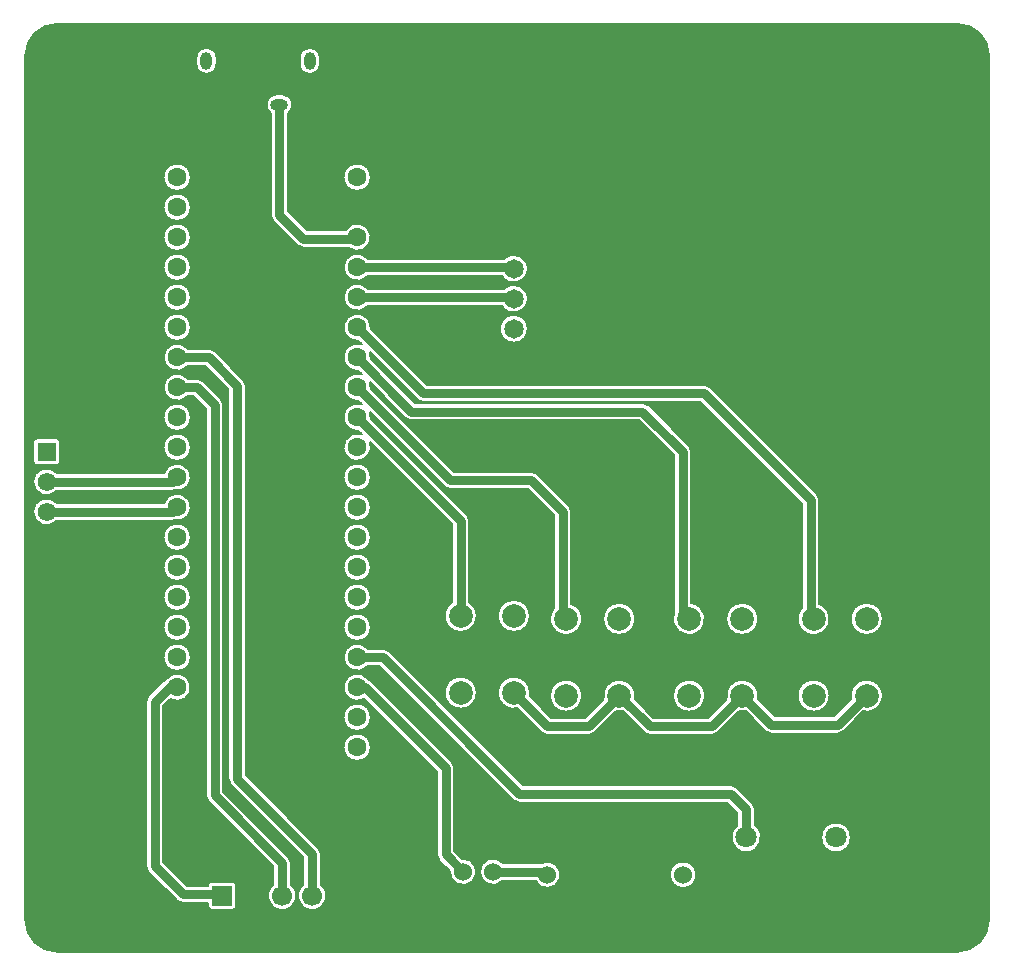
<source format=gtl>
G04 Layer: TopLayer*
G04 EasyEDA Pro v2.2.34.8, 2025-02-03 13:19:09*
G04 Gerber Generator version 0.3*
G04 Scale: 100 percent, Rotated: No, Reflected: No*
G04 Dimensions in millimeters*
G04 Leading zeros omitted, absolute positions, 4 integers and 5 decimals*
%FSLAX45Y45*%
%MOMM*%
%ADD10C,0.2032*%
%ADD11C,1.8*%
%ADD12C,1.65001*%
%ADD13C,1.524*%
%ADD14R,1.5748X1.5748*%
%ADD15C,1.5748*%
%ADD16C,1.6*%
%ADD17C,2.0*%
%ADD18O,1.5252X1.0*%
%ADD19O,1.524X1.0*%
%ADD20O,1.0X1.524*%
%ADD21R,1.7X1.7*%
%ADD22C,1.7*%
%ADD23C,0.61*%
%ADD24C,0.762*%
G75*


G04 Copper Start*
G36*
G01X2982214Y9847300D02*
G02X3246400Y10111486I264186J0D01*
G01X10876000Y10111486D01*
G02X11140186Y9847300I0J-264186D01*
G01X11140186Y2522500D01*
G02X10876000Y2258314I-264186J0D01*
G01X3246400Y2258314D01*
G02X2982214Y2522500I0J264186D01*
G01X2982214Y9847300D01*
G37*
%LPC*%
G36*
G01X3249818Y6309614D02*
G03X3047746Y6235700I-87518J-73914D01*
G03X3249818Y6161786I114554J0D01*
G01X4229092Y6161786D01*
G03X4236435Y6162152I0J73914D01*
G03X4369176Y6328698I30763J111653D01*
G03X4157059Y6309614I-101978J-54893D01*
G01X3249818Y6309614D01*
G37*
G36*
G01X3047746Y6410960D02*
G03X3083560Y6375146I35814J0D01*
G01X3241040Y6375146D01*
G03X3276854Y6410960I0J35814D01*
G01X3276854Y6568440D01*
G03X3241040Y6604254I-35814J0D01*
G01X3083560Y6604254D01*
G03X3047746Y6568440I0J-35814D01*
G01X3047746Y6410960D01*
G37*
G36*
G01X3249818Y6055614D02*
G03X3047746Y5981700I-87518J-73914D01*
G03X3249818Y5907786I114554J0D01*
G01X4229092Y5907786D01*
G03X4236435Y5908152I0J73914D01*
G03X4369176Y6074698I30763J111653D01*
G03X4157059Y6055614I-101978J-54893D01*
G01X3249818Y6055614D01*
G37*
G36*
G01X4024435Y4421065D02*
G03X4002786Y4368800I52265J-52265D01*
G01X4002786Y2984500D01*
G03X4024435Y2932235I73914J0D01*
G01X4265735Y2690935D01*
G03X4318000Y2669286I52265J52265D01*
G01X4527386Y2669286D01*
G01X4527386Y2645500D01*
G03X4563200Y2609686I35814J0D01*
G01X4733200Y2609686D01*
G03X4769014Y2645500I0J35814D01*
G01X4769014Y2815500D01*
G03X4733200Y2851314I-35814J0D01*
G01X4563200Y2851314D01*
G03X4527423Y2817114I0J-35814D01*
G01X4348616Y2817114D01*
G01X4150614Y3015116D01*
G01X4150614Y4338184D01*
G01X4208436Y4396006D01*
G03X4380467Y4519948I58762J99799D01*
G03X4172849Y4562970I-113270J-24142D01*
G03X4151440Y4548070I30856J-67165D01*
G01X4024435Y4421065D01*
G37*
G36*
G01X4267197Y8189991D02*
G03X4267197Y8421619I0J115814D01*
G03X4267197Y8189991I0J-115814D01*
G37*
G36*
G01X4267197Y8443991D02*
G03X4267197Y8675619I0J115814D01*
G03X4267197Y8443991I0J-115814D01*
G37*
G36*
G01X4267197Y7681991D02*
G03X4267197Y7913619I0J115814D01*
G03X4267197Y7681991I0J-115814D01*
G37*
G36*
G01X4267197Y7935991D02*
G03X4267197Y8167619I0J115814D01*
G03X4267197Y7935991I0J-115814D01*
G37*
G36*
G01X4267197Y7427991D02*
G03X4267197Y7659619I0J115814D01*
G03X4267197Y7427991I0J-115814D01*
G37*
G36*
G01X4510786Y3581400D02*
G03X4532435Y3529135I73914J0D01*
G01X5082286Y2979284D01*
G01X5082286Y2826065D01*
G03X5156200Y2609686I73914J-95565D01*
G03X5230114Y2826065I0J120814D01*
G01X5230114Y3009900D01*
G03X5208465Y3062165I-73914J0D01*
G01X4658614Y3612016D01*
G01X4658614Y6883400D01*
G03X4636965Y6935665I-73914J0D01*
G01X4484560Y7088070D01*
G03X4432295Y7109719I-52265J-52265D01*
G01X4356358Y7109719D01*
G03X4151384Y7035805I-89160J-73914D01*
G03X4356358Y6961891I115814J0D01*
G01X4401679Y6961891D01*
G01X4510786Y6852784D01*
G01X4510786Y3581400D01*
G37*
G36*
G01X4701286Y3721100D02*
G03X4722935Y3668835I73914J0D01*
G01X5336286Y3055484D01*
G01X5336286Y2826065D01*
G03X5410200Y2609686I73914J-95565D01*
G03X5484114Y2826065I0J120814D01*
G01X5484114Y3086100D01*
G03X5462465Y3138365I-73914J0D01*
G01X4849114Y3751716D01*
G01X4849114Y7048500D01*
G03X4827465Y7100765I-73914J0D01*
G01X4586160Y7342070D01*
G03X4533895Y7363719I-52265J-52265D01*
G01X4356358Y7363719D01*
G03X4151384Y7289805I-89160J-73914D01*
G03X4356358Y7215891I115814J0D01*
G01X4503279Y7215891D01*
G01X4701286Y7017884D01*
G01X4701286Y3721100D01*
G37*
G36*
G01X4267197Y6665991D02*
G03X4267197Y6897619I0J115814D01*
G03X4267197Y6665991I0J-115814D01*
G37*
G36*
G01X4267197Y6411991D02*
G03X4267197Y6643619I0J115814D01*
G03X4267197Y6411991I0J-115814D01*
G37*
G36*
G01X4267197Y8697991D02*
G03X4267197Y8929619I0J115814D01*
G03X4267197Y8697991I0J-115814D01*
G37*
G36*
G01X4267197Y4887991D02*
G03X4267197Y5119619I0J115814D01*
G03X4267197Y4887991I0J-115814D01*
G37*
G36*
G01X4267197Y5141991D02*
G03X4267197Y5373619I0J115814D01*
G03X4267197Y5141991I0J-115814D01*
G37*
G36*
G01X4267197Y5395991D02*
G03X4267197Y5627619I0J115814D01*
G03X4267197Y5395991I0J-115814D01*
G37*
G36*
G01X4267197Y4633991D02*
G03X4267197Y4865619I0J115814D01*
G03X4267197Y4633991I0J-115814D01*
G37*
G36*
G01X4267197Y5649991D02*
G03X4267197Y5881619I0J115814D01*
G03X4267197Y5649991I0J-115814D01*
G37*
G36*
G01X4601324Y9772714D02*
G01X4601324Y9825114D01*
G03X4429697Y9825114I-85814J0D01*
G01X4429697Y9772714D01*
G03X4601324Y9772714I85814J0D01*
G37*
G36*
G01X5206924Y9357586D02*
G03X5159210Y9514726I-47714J71326D01*
G01X5106810Y9514726D01*
G03X5059096Y9357586I0J-85814D01*
G01X5059096Y8494090D01*
G03X5080745Y8441825I73914J0D01*
G01X5281735Y8240835D01*
G03X5334000Y8219186I52265J52265D01*
G01X5714321Y8219186D01*
G03X5905812Y8322429I76876J86619D01*
G03X5692880Y8367014I-114615J-16624D01*
G01X5364616Y8367014D01*
G01X5206924Y8524706D01*
G01X5206924Y9357586D01*
G37*
G36*
G01X5476329Y9772714D02*
G01X5476329Y9825114D01*
G03X5304701Y9825114I-85814J0D01*
G01X5304701Y9772714D01*
G03X5476329Y9772714I85814J0D01*
G37*
G36*
G01X7235031Y7768726D02*
G03X7037260Y7871719I-117176J16374D01*
G01X5880358Y7871719D01*
G03X5675384Y7797805I-89160J-73914D01*
G03X5880358Y7723891I115814J0D01*
G01X7016604Y7723891D01*
G03X7235031Y7768726I101251J61209D01*
G37*
G36*
G01X7235031Y8022726D02*
G03X7037260Y8125719I-117176J16374D01*
G01X5880358Y8125719D01*
G03X5675384Y8051805I-89160J-73914D01*
G03X5880358Y7977891I115814J0D01*
G01X7016604Y7977891D01*
G03X7235031Y8022726I101251J61209D01*
G37*
G36*
G01X6594132Y5214132D02*
G03X6668046Y4964379I73914J-113939D01*
G03X6741960Y5214132I0J135814D01*
G01X6741960Y5904956D01*
G03X6720311Y5957222I-73914J0D01*
G01X5906508Y6771024D01*
G03X5899415Y6823057I-115311J10781D01*
G01X6526337Y6196135D01*
G03X6578603Y6174486I52265J52265D01*
G01X7233784Y6174486D01*
G01X7457186Y5951084D01*
G01X7457186Y5163408D01*
G03X7595216Y4943596I102921J-88615D01*
G03X7605014Y5202968I-35109J131197D01*
G01X7605014Y5981700D01*
G03X7583365Y6033965I-73914J0D01*
G01X7316665Y6300665D01*
G03X7264400Y6322314I-52265J-52265D01*
G01X6609219Y6322314D01*
G01X5906508Y7025024D01*
G03X5899415Y7077057I-115311J10781D01*
G01X6198840Y6777633D01*
G03X6251105Y6755984I52265J52265D01*
G01X8176286Y6755984D01*
G01X8473186Y6459084D01*
G01X8473186Y5129200D01*
G03X8473679Y5120678I73914J0D01*
G03X8671452Y4958375I127828J-45885D01*
G03X8621014Y5209199I-69945J116418D01*
G01X8621014Y6489700D01*
G03X8599365Y6541965I-73914J0D01*
G01X8259167Y6882163D01*
G03X8206902Y6903812I-52265J-52265D01*
G01X6281721Y6903812D01*
G01X5906508Y7279024D01*
G03X5899415Y7331057I-115311J10781D01*
G01X6297737Y6932735D01*
G03X6350003Y6911086I52265J52265D01*
G01X8694284Y6911086D01*
G01X9557893Y6047477D01*
G01X9557893Y5169119D01*
G03X9684258Y4942036I97714J-94326D01*
G03X9705721Y5201023I-28651J132757D01*
G01X9705721Y6078093D01*
G03X9684072Y6130358I-73914J0D01*
G01X8777165Y7037265D01*
G03X8724900Y7058914I-52265J-52265D01*
G01X6380619Y7058914D01*
G01X5906508Y7533024D01*
G03X5709305Y7625698I-115311J10781D01*
G03X5801978Y7428494I81893J-81893D01*
G01X5832449Y7398023D01*
G03X5676445Y7305448I-41252J-108218D01*
G03X5801978Y7174494I114753J-15643D01*
G01X5832449Y7144023D01*
G03X5676445Y7051448I-41252J-108218D01*
G03X5801978Y6920494I114753J-15643D01*
G01X5832449Y6890023D01*
G03X5676445Y6797448I-41252J-108218D01*
G03X5801978Y6666494I114753J-15643D01*
G01X5832449Y6636023D01*
G03X5709305Y6445912I-41252J-108218D01*
G03X5899415Y6569057I81893J81893D01*
G01X6594132Y5874340D01*
G01X6594132Y5214132D01*
G37*
G36*
G01X5791197Y6157991D02*
G03X5791197Y6389619I0J115814D01*
G03X5791197Y6157991I0J-115814D01*
G37*
G36*
G01X5791197Y5903991D02*
G03X5791197Y6135619I0J115814D01*
G03X5791197Y5903991I0J-115814D01*
G37*
G36*
G01X5791197Y8697991D02*
G03X5791197Y8929619I0J115814D01*
G03X5791197Y8697991I0J-115814D01*
G37*
G36*
G01X5791197Y5395991D02*
G03X5791197Y5627619I0J115814D01*
G03X5791197Y5395991I0J-115814D01*
G37*
G36*
G01X5791197Y5141991D02*
G03X5791197Y5373619I0J115814D01*
G03X5791197Y5141991I0J-115814D01*
G37*
G36*
G01X5791197Y4887991D02*
G03X5791197Y5119619I0J115814D01*
G03X5791197Y4887991I0J-115814D01*
G37*
G36*
G01X6466586Y3779384D02*
G01X6466586Y3081033D01*
G03X6488235Y3028768I73914J0D01*
G01X6576054Y2940949D01*
G03X6767039Y2854494I111779J-7249D01*
G03X6680584Y3045479I-79206J79206D01*
G01X6614414Y3111649D01*
G01X6614414Y3810000D01*
G03X6592765Y3862265I-73914J0D01*
G01X5906960Y4548070D01*
G03X5885544Y4562974I-52265J-52265D01*
G03X5677927Y4519944I-94346J-67169D01*
G03X5849962Y4396008I113270J-24139D01*
G01X6466586Y3779384D01*
G37*
G36*
G01X7110535Y3541835D02*
G03X7162800Y3520186I52265J52265D01*
G01X8922884Y3520186D01*
G01X9011699Y3431371D01*
G01X9011699Y3326109D01*
G03X9085613Y3098482I73914J-101813D01*
G03X9159527Y3326109I0J125814D01*
G01X9159527Y3461987D01*
G03X9137878Y3514252I-73914J0D01*
G01X9005765Y3646365D01*
G03X8953500Y3668014I-52265J-52265D01*
G01X7193416Y3668014D01*
G01X6059360Y4802070D01*
G03X6007095Y4823719I-52265J-52265D01*
G01X5880358Y4823719D01*
G03X5675384Y4749805I-89160J-73914D01*
G03X5880358Y4675891I115814J0D01*
G01X5976479Y4675891D01*
G01X7110535Y3541835D01*
G37*
G36*
G01X5791197Y4125991D02*
G03X5791197Y4357619I0J115814D01*
G03X5791197Y4125991I0J-115814D01*
G37*
G36*
G01X5791197Y3871991D02*
G03X5791197Y4103619I0J115814D01*
G03X5791197Y3871991I0J-115814D01*
G37*
G36*
G01X5791197Y5649991D02*
G03X5791197Y5881619I0J115814D01*
G03X5791197Y5649991I0J-115814D01*
G37*
G36*
G01X6668046Y4586021D02*
G03X6668046Y4314393I0J-135814D01*
G03X6668046Y4586021I0J135814D01*
G37*
G36*
G01X7299634Y2859786D02*
G03X7506889Y2872955I100963J48514D01*
G03X7348791Y3007614I-106291J35345D01*
G01X7025998Y3007614D01*
G03X6829819Y2933700I-84166J-73914D01*
G03X7025998Y2859786I112014J0D01*
G01X7299634Y2859786D01*
G37*
G36*
G01X7118033Y5236007D02*
G03X7118033Y4964379I0J-135814D01*
G03X7118033Y5236007I0J135814D01*
G37*
G36*
G01X7350374Y4113335D02*
G03X7402640Y4091686I52265J52265D01*
G01X7750886Y4091686D01*
G03X7803151Y4113335I0J73914D01*
G01X7981791Y4291975D01*
G03X8038395Y4291975I28302J132832D01*
G01X8217035Y4113335D01*
G03X8269300Y4091686I52265J52265D01*
G01X8792286Y4091686D01*
G03X8844551Y4113335I0J73914D01*
G01X9023191Y4291975D01*
G03X9079795Y4291975I28302J132832D01*
G01X9245735Y4126035D01*
G03X9298000Y4104386I52265J52265D01*
G01X9859086Y4104386D01*
G03X9911351Y4126035I0J73914D01*
G01X10077291Y4291975D01*
G03X10201628Y4520842I28302J132832D01*
G03X9972761Y4396505I-96035J-96035D01*
G01X9828470Y4252214D01*
G01X9328616Y4252214D01*
G01X9184325Y4396505D01*
G03X9051493Y4560621I-132832J28302D01*
G03X8918661Y4396505I0J-135814D01*
G01X8761670Y4239514D01*
G01X8299916Y4239514D01*
G01X8142925Y4396505D01*
G03X8010093Y4560621I-132832J28302D01*
G03X7877261Y4396505I0J-135814D01*
G01X7720270Y4239514D01*
G01X7433256Y4239514D01*
G01X7250865Y4421905D01*
G03X7021998Y4546242I-132832J28302D01*
G03X7146334Y4317375I96035J-96035D01*
G01X7350374Y4113335D01*
G37*
G36*
G01X7117855Y7412786D02*
G03X7117855Y7649414I0J118314D01*
G03X7117855Y7412786I0J-118314D01*
G37*
G36*
G01X7560107Y4560621D02*
G03X7560107Y4288993I0J-135814D01*
G03X7560107Y4560621I0J135814D01*
G37*
G36*
G01X8010093Y5210607D02*
G03X8010093Y4938979I0J-135814D01*
G03X8010093Y5210607I0J135814D01*
G37*
G36*
G01X8438594Y2908300D02*
G03X8662622Y2908300I112014J0D01*
G03X8438594Y2908300I-112014J0D01*
G37*
G36*
G01X8601507Y4560621D02*
G03X8601507Y4288993I0J-135814D01*
G03X8601507Y4560621I0J135814D01*
G37*
G36*
G01X9051493Y5210607D02*
G03X9051493Y4938979I0J-135814D01*
G03X9051493Y5210607I0J135814D01*
G37*
G36*
G01X9655607Y4560621D02*
G03X9655607Y4288993I0J-135814D01*
G03X9655607Y4560621I0J135814D01*
G37*
G36*
G01X9971420Y3224296D02*
G03X9719793Y3224296I-125814J0D01*
G03X9971420Y3224296I125814J0D01*
G37*
G36*
G01X10105593Y5210607D02*
G03X10105593Y4938979I0J-135814D01*
G03X10105593Y5210607I0J135814D01*
G37*
%LPD*%
G54D10*
G01X2982214Y9847300D02*
G02X3246400Y10111486I264186J0D01*
G01X10876000Y10111486D01*
G02X11140186Y9847300I0J-264186D01*
G01X11140186Y2522500D01*
G02X10876000Y2258314I-264186J0D01*
G01X3246400Y2258314D01*
G02X2982214Y2522500I0J264186D01*
G01X2982214Y9847300D01*
G01X3249818Y6309614D02*
G03X3047746Y6235700I-87518J-73914D01*
G03X3249818Y6161786I114554J0D01*
G01X4229092Y6161786D01*
G03X4236435Y6162152I0J73914D01*
G03X4369176Y6328698I30763J111653D01*
G03X4157059Y6309614I-101978J-54893D01*
G01X3249818Y6309614D01*
G01X3047746Y6410960D02*
G03X3083560Y6375146I35814J0D01*
G01X3241040Y6375146D01*
G03X3276854Y6410960I0J35814D01*
G01X3276854Y6568440D01*
G03X3241040Y6604254I-35814J0D01*
G01X3083560Y6604254D01*
G03X3047746Y6568440I0J-35814D01*
G01X3047746Y6410960D01*
G01X3249818Y6055614D02*
G03X3047746Y5981700I-87518J-73914D01*
G03X3249818Y5907786I114554J0D01*
G01X4229092Y5907786D01*
G03X4236435Y5908152I0J73914D01*
G03X4369176Y6074698I30763J111653D01*
G03X4157059Y6055614I-101978J-54893D01*
G01X3249818Y6055614D01*
G01X4024435Y4421065D02*
G03X4002786Y4368800I52265J-52265D01*
G01X4002786Y2984500D01*
G03X4024435Y2932235I73914J0D01*
G01X4265735Y2690935D01*
G03X4318000Y2669286I52265J52265D01*
G01X4527386Y2669286D01*
G01X4527386Y2645500D01*
G03X4563200Y2609686I35814J0D01*
G01X4733200Y2609686D01*
G03X4769014Y2645500I0J35814D01*
G01X4769014Y2815500D01*
G03X4733200Y2851314I-35814J0D01*
G01X4563200Y2851314D01*
G03X4527423Y2817114I0J-35814D01*
G01X4348616Y2817114D01*
G01X4150614Y3015116D01*
G01X4150614Y4338184D01*
G01X4208436Y4396006D01*
G03X4380467Y4519948I58762J99799D01*
G03X4172849Y4562970I-113270J-24142D01*
G03X4151440Y4548070I30856J-67165D01*
G01X4024435Y4421065D01*
G01X4267197Y8189991D02*
G03X4267197Y8421619I0J115814D01*
G03X4267197Y8189991I0J-115814D01*
G01X4267197Y8443991D02*
G03X4267197Y8675619I0J115814D01*
G03X4267197Y8443991I0J-115814D01*
G01X4267197Y7681991D02*
G03X4267197Y7913619I0J115814D01*
G03X4267197Y7681991I0J-115814D01*
G01X4267197Y7935991D02*
G03X4267197Y8167619I0J115814D01*
G03X4267197Y7935991I0J-115814D01*
G01X4267197Y7427991D02*
G03X4267197Y7659619I0J115814D01*
G03X4267197Y7427991I0J-115814D01*
G01X4510786Y3581400D02*
G03X4532435Y3529135I73914J0D01*
G01X5082286Y2979284D01*
G01X5082286Y2826065D01*
G03X5156200Y2609686I73914J-95565D01*
G03X5230114Y2826065I0J120814D01*
G01X5230114Y3009900D01*
G03X5208465Y3062165I-73914J0D01*
G01X4658614Y3612016D01*
G01X4658614Y6883400D01*
G03X4636965Y6935665I-73914J0D01*
G01X4484560Y7088070D01*
G03X4432295Y7109719I-52265J-52265D01*
G01X4356358Y7109719D01*
G03X4151384Y7035805I-89160J-73914D01*
G03X4356358Y6961891I115814J0D01*
G01X4401679Y6961891D01*
G01X4510786Y6852784D01*
G01X4510786Y3581400D01*
G01X4701286Y3721100D02*
G03X4722935Y3668835I73914J0D01*
G01X5336286Y3055484D01*
G01X5336286Y2826065D01*
G03X5410200Y2609686I73914J-95565D01*
G03X5484114Y2826065I0J120814D01*
G01X5484114Y3086100D01*
G03X5462465Y3138365I-73914J0D01*
G01X4849114Y3751716D01*
G01X4849114Y7048500D01*
G03X4827465Y7100765I-73914J0D01*
G01X4586160Y7342070D01*
G03X4533895Y7363719I-52265J-52265D01*
G01X4356358Y7363719D01*
G03X4151384Y7289805I-89160J-73914D01*
G03X4356358Y7215891I115814J0D01*
G01X4503279Y7215891D01*
G01X4701286Y7017884D01*
G01X4701286Y3721100D01*
G01X4267197Y6665991D02*
G03X4267197Y6897619I0J115814D01*
G03X4267197Y6665991I0J-115814D01*
G01X4267197Y6411991D02*
G03X4267197Y6643619I0J115814D01*
G03X4267197Y6411991I0J-115814D01*
G01X4267197Y8697991D02*
G03X4267197Y8929619I0J115814D01*
G03X4267197Y8697991I0J-115814D01*
G01X4267197Y4887991D02*
G03X4267197Y5119619I0J115814D01*
G03X4267197Y4887991I0J-115814D01*
G01X4267197Y5141991D02*
G03X4267197Y5373619I0J115814D01*
G03X4267197Y5141991I0J-115814D01*
G01X4267197Y5395991D02*
G03X4267197Y5627619I0J115814D01*
G03X4267197Y5395991I0J-115814D01*
G01X4267197Y4633991D02*
G03X4267197Y4865619I0J115814D01*
G03X4267197Y4633991I0J-115814D01*
G01X4267197Y5649991D02*
G03X4267197Y5881619I0J115814D01*
G03X4267197Y5649991I0J-115814D01*
G01X4601324Y9772714D02*
G01X4601324Y9825114D01*
G03X4429697Y9825114I-85814J0D01*
G01X4429697Y9772714D01*
G03X4601324Y9772714I85814J0D01*
G01X5206924Y9357586D02*
G03X5159210Y9514726I-47714J71326D01*
G01X5106810Y9514726D01*
G03X5059096Y9357586I0J-85814D01*
G01X5059096Y8494090D01*
G03X5080745Y8441825I73914J0D01*
G01X5281735Y8240835D01*
G03X5334000Y8219186I52265J52265D01*
G01X5714321Y8219186D01*
G03X5905812Y8322429I76876J86619D01*
G03X5692880Y8367014I-114615J-16624D01*
G01X5364616Y8367014D01*
G01X5206924Y8524706D01*
G01X5206924Y9357586D01*
G01X5476329Y9772714D02*
G01X5476329Y9825114D01*
G03X5304701Y9825114I-85814J0D01*
G01X5304701Y9772714D01*
G03X5476329Y9772714I85814J0D01*
G01X7235031Y7768726D02*
G03X7037260Y7871719I-117176J16374D01*
G01X5880358Y7871719D01*
G03X5675384Y7797805I-89160J-73914D01*
G03X5880358Y7723891I115814J0D01*
G01X7016604Y7723891D01*
G03X7235031Y7768726I101251J61209D01*
G01X7235031Y8022726D02*
G03X7037260Y8125719I-117176J16374D01*
G01X5880358Y8125719D01*
G03X5675384Y8051805I-89160J-73914D01*
G03X5880358Y7977891I115814J0D01*
G01X7016604Y7977891D01*
G03X7235031Y8022726I101251J61209D01*
G01X6594132Y5214132D02*
G03X6668046Y4964379I73914J-113939D01*
G03X6741960Y5214132I0J135814D01*
G01X6741960Y5904956D01*
G03X6720311Y5957222I-73914J0D01*
G01X5906508Y6771024D01*
G03X5899415Y6823057I-115311J10781D01*
G01X6526337Y6196135D01*
G03X6578603Y6174486I52265J52265D01*
G01X7233784Y6174486D01*
G01X7457186Y5951084D01*
G01X7457186Y5163408D01*
G03X7595216Y4943596I102921J-88615D01*
G03X7605014Y5202968I-35109J131197D01*
G01X7605014Y5981700D01*
G03X7583365Y6033965I-73914J0D01*
G01X7316665Y6300665D01*
G03X7264400Y6322314I-52265J-52265D01*
G01X6609219Y6322314D01*
G01X5906508Y7025024D01*
G03X5899415Y7077057I-115311J10781D01*
G01X6198840Y6777633D01*
G03X6251105Y6755984I52265J52265D01*
G01X8176286Y6755984D01*
G01X8473186Y6459084D01*
G01X8473186Y5129200D01*
G03X8473679Y5120678I73914J0D01*
G03X8671452Y4958375I127828J-45885D01*
G03X8621014Y5209199I-69945J116418D01*
G01X8621014Y6489700D01*
G03X8599365Y6541965I-73914J0D01*
G01X8259167Y6882163D01*
G03X8206902Y6903812I-52265J-52265D01*
G01X6281721Y6903812D01*
G01X5906508Y7279024D01*
G03X5899415Y7331057I-115311J10781D01*
G01X6297737Y6932735D01*
G03X6350003Y6911086I52265J52265D01*
G01X8694284Y6911086D01*
G01X9557893Y6047477D01*
G01X9557893Y5169119D01*
G03X9684258Y4942036I97714J-94326D01*
G03X9705721Y5201023I-28651J132757D01*
G01X9705721Y6078093D01*
G03X9684072Y6130358I-73914J0D01*
G01X8777165Y7037265D01*
G03X8724900Y7058914I-52265J-52265D01*
G01X6380619Y7058914D01*
G01X5906508Y7533024D01*
G03X5709305Y7625698I-115311J10781D01*
G03X5801978Y7428494I81893J-81893D01*
G01X5832449Y7398023D01*
G03X5676445Y7305448I-41252J-108218D01*
G03X5801978Y7174494I114753J-15643D01*
G01X5832449Y7144023D01*
G03X5676445Y7051448I-41252J-108218D01*
G03X5801978Y6920494I114753J-15643D01*
G01X5832449Y6890023D01*
G03X5676445Y6797448I-41252J-108218D01*
G03X5801978Y6666494I114753J-15643D01*
G01X5832449Y6636023D01*
G03X5709305Y6445912I-41252J-108218D01*
G03X5899415Y6569057I81893J81893D01*
G01X6594132Y5874340D01*
G01X6594132Y5214132D01*
G01X5791197Y6157991D02*
G03X5791197Y6389619I0J115814D01*
G03X5791197Y6157991I0J-115814D01*
G01X5791197Y5903991D02*
G03X5791197Y6135619I0J115814D01*
G03X5791197Y5903991I0J-115814D01*
G01X5791197Y8697991D02*
G03X5791197Y8929619I0J115814D01*
G03X5791197Y8697991I0J-115814D01*
G01X5791197Y5395991D02*
G03X5791197Y5627619I0J115814D01*
G03X5791197Y5395991I0J-115814D01*
G01X5791197Y5141991D02*
G03X5791197Y5373619I0J115814D01*
G03X5791197Y5141991I0J-115814D01*
G01X5791197Y4887991D02*
G03X5791197Y5119619I0J115814D01*
G03X5791197Y4887991I0J-115814D01*
G01X6466586Y3779384D02*
G01X6466586Y3081033D01*
G03X6488235Y3028768I73914J0D01*
G01X6576054Y2940949D01*
G03X6767039Y2854494I111779J-7249D01*
G03X6680584Y3045479I-79206J79206D01*
G01X6614414Y3111649D01*
G01X6614414Y3810000D01*
G03X6592765Y3862265I-73914J0D01*
G01X5906960Y4548070D01*
G03X5885544Y4562974I-52265J-52265D01*
G03X5677927Y4519944I-94346J-67169D01*
G03X5849962Y4396008I113270J-24139D01*
G01X6466586Y3779384D01*
G01X7110535Y3541835D02*
G03X7162800Y3520186I52265J52265D01*
G01X8922884Y3520186D01*
G01X9011699Y3431371D01*
G01X9011699Y3326109D01*
G03X9085613Y3098482I73914J-101813D01*
G03X9159527Y3326109I0J125814D01*
G01X9159527Y3461987D01*
G03X9137878Y3514252I-73914J0D01*
G01X9005765Y3646365D01*
G03X8953500Y3668014I-52265J-52265D01*
G01X7193416Y3668014D01*
G01X6059360Y4802070D01*
G03X6007095Y4823719I-52265J-52265D01*
G01X5880358Y4823719D01*
G03X5675384Y4749805I-89160J-73914D01*
G03X5880358Y4675891I115814J0D01*
G01X5976479Y4675891D01*
G01X7110535Y3541835D01*
G01X5791197Y4125991D02*
G03X5791197Y4357619I0J115814D01*
G03X5791197Y4125991I0J-115814D01*
G01X5791197Y3871991D02*
G03X5791197Y4103619I0J115814D01*
G03X5791197Y3871991I0J-115814D01*
G01X5791197Y5649991D02*
G03X5791197Y5881619I0J115814D01*
G03X5791197Y5649991I0J-115814D01*
G01X6668046Y4586021D02*
G03X6668046Y4314393I0J-135814D01*
G03X6668046Y4586021I0J135814D01*
G01X7299634Y2859786D02*
G03X7506889Y2872955I100963J48514D01*
G03X7348791Y3007614I-106291J35345D01*
G01X7025998Y3007614D01*
G03X6829819Y2933700I-84166J-73914D01*
G03X7025998Y2859786I112014J0D01*
G01X7299634Y2859786D01*
G01X7118033Y5236007D02*
G03X7118033Y4964379I0J-135814D01*
G03X7118033Y5236007I0J135814D01*
G01X7350374Y4113335D02*
G03X7402640Y4091686I52265J52265D01*
G01X7750886Y4091686D01*
G03X7803151Y4113335I0J73914D01*
G01X7981791Y4291975D01*
G03X8038395Y4291975I28302J132832D01*
G01X8217035Y4113335D01*
G03X8269300Y4091686I52265J52265D01*
G01X8792286Y4091686D01*
G03X8844551Y4113335I0J73914D01*
G01X9023191Y4291975D01*
G03X9079795Y4291975I28302J132832D01*
G01X9245735Y4126035D01*
G03X9298000Y4104386I52265J52265D01*
G01X9859086Y4104386D01*
G03X9911351Y4126035I0J73914D01*
G01X10077291Y4291975D01*
G03X10201628Y4520842I28302J132832D01*
G03X9972761Y4396505I-96035J-96035D01*
G01X9828470Y4252214D01*
G01X9328616Y4252214D01*
G01X9184325Y4396505D01*
G03X9051493Y4560621I-132832J28302D01*
G03X8918661Y4396505I0J-135814D01*
G01X8761670Y4239514D01*
G01X8299916Y4239514D01*
G01X8142925Y4396505D01*
G03X8010093Y4560621I-132832J28302D01*
G03X7877261Y4396505I0J-135814D01*
G01X7720270Y4239514D01*
G01X7433256Y4239514D01*
G01X7250865Y4421905D01*
G03X7021998Y4546242I-132832J28302D01*
G03X7146334Y4317375I96035J-96035D01*
G01X7350374Y4113335D01*
G01X7117855Y7412786D02*
G03X7117855Y7649414I0J118314D01*
G03X7117855Y7412786I0J-118314D01*
G01X7560107Y4560621D02*
G03X7560107Y4288993I0J-135814D01*
G03X7560107Y4560621I0J135814D01*
G01X8010093Y5210607D02*
G03X8010093Y4938979I0J-135814D01*
G03X8010093Y5210607I0J135814D01*
G01X8438594Y2908300D02*
G03X8662622Y2908300I112014J0D01*
G03X8438594Y2908300I-112014J0D01*
G01X8601507Y4560621D02*
G03X8601507Y4288993I0J-135814D01*
G03X8601507Y4560621I0J135814D01*
G01X9051493Y5210607D02*
G03X9051493Y4938979I0J-135814D01*
G03X9051493Y5210607I0J135814D01*
G01X9655607Y4560621D02*
G03X9655607Y4288993I0J-135814D01*
G03X9655607Y4560621I0J135814D01*
G01X9971420Y3224296D02*
G03X9719793Y3224296I-125814J0D01*
G03X9971420Y3224296I125814J0D01*
G01X10105593Y5210607D02*
G03X10105593Y4938979I0J-135814D01*
G03X10105593Y5210607I0J135814D01*
G04 Copper End*

G04 Pad Start*
G54D11*
G01X9085613Y3224296D03*
G01X9845606Y3224296D03*
G54D12*
G01X7117855Y8039100D03*
G01X7117855Y7785100D03*
G01X7117855Y7531100D03*
G01X7118109Y7277100D03*
G54D13*
G01X7400597Y2908300D03*
G01X8550608Y2908300D03*
G54D14*
G01X3162300Y6489700D03*
G54D15*
G01X3162300Y6235700D03*
G01X3162300Y5981700D03*
G01X3162300Y5727700D03*
G54D16*
G01X5791197Y3987805D03*
G01X5791197Y4241805D03*
G01X5791197Y4495805D03*
G01X5791197Y4749805D03*
G01X5791197Y5003805D03*
G01X5791197Y5257805D03*
G01X5791197Y5511805D03*
G01X5791197Y5765805D03*
G01X5791197Y6019805D03*
G01X5791197Y6273805D03*
G01X5791197Y6527805D03*
G01X5791197Y6781805D03*
G01X5791197Y7035805D03*
G01X5791197Y7289805D03*
G01X5791197Y7543805D03*
G01X5791197Y7797805D03*
G01X5791197Y8051805D03*
G01X5791197Y8305805D03*
G01X5791197Y8559805D03*
G01X5791197Y8813805D03*
G01X4267197Y8813805D03*
G01X4267197Y8559805D03*
G01X4267197Y8305805D03*
G01X4267197Y8051805D03*
G01X4267197Y7797805D03*
G01X4267197Y7543805D03*
G01X4267197Y7289805D03*
G01X4267197Y7035805D03*
G01X4267197Y6781805D03*
G01X4267197Y6527805D03*
G01X4267197Y6273805D03*
G01X4267197Y6019805D03*
G01X4267197Y5765805D03*
G01X4267197Y5511805D03*
G01X4267197Y5257805D03*
G01X4267197Y5003805D03*
G01X4267197Y4749805D03*
G01X4267197Y4495805D03*
G01X4267197Y4241805D03*
G01X4267197Y3987805D03*
G54D17*
G01X7118033Y5100193D03*
G01X6668046Y5100193D03*
G01X6668046Y4450207D03*
G01X7118033Y4450207D03*
G01X8010093Y5074793D03*
G01X7560107Y5074793D03*
G01X7560107Y4424807D03*
G01X8010093Y4424807D03*
G01X9051493Y5074793D03*
G01X8601507Y5074793D03*
G01X8601507Y4424807D03*
G01X9051493Y4424807D03*
G01X10105593Y5074793D03*
G01X9655607Y5074793D03*
G01X9655607Y4424807D03*
G01X10105593Y4424807D03*
G54D13*
G01X6941833Y2933700D03*
G01X6687833Y2933700D03*
G54D19*
G01X5133010Y9428912D03*
G01X4773016Y9428912D03*
G54D20*
G01X4515510Y9798914D03*
G01X5390515Y9798914D03*
G54D21*
G01X4648200Y2730500D03*
G54D22*
G01X4902200Y2730500D03*
G01X5156200Y2730500D03*
G01X5410200Y2730500D03*
G04 Pad End*

G04 Via Start*
G54D23*
G01X3421400Y9596100D03*
G01X3929400Y9596100D03*
G01X4437400Y9596100D03*
G01X4945400Y9596100D03*
G01X5453400Y9596100D03*
G01X5961400Y9596100D03*
G01X6469400Y9596100D03*
G01X6977400Y9596100D03*
G01X7485400Y9596100D03*
G01X7993400Y9596100D03*
G01X8501400Y9596100D03*
G01X9009400Y9596100D03*
G01X9517400Y9596100D03*
G01X10025400Y9596100D03*
G01X10533400Y9596100D03*
G01X11041400Y9596100D03*
G01X3421400Y9088100D03*
G01X3929400Y9088100D03*
G01X4437400Y9088100D03*
G01X4945400Y9088100D03*
G01X5453400Y9088100D03*
G01X5961400Y9088100D03*
G01X6469400Y9088100D03*
G01X6977400Y9088100D03*
G01X7485400Y9088100D03*
G01X7993400Y9088100D03*
G01X8501400Y9088100D03*
G01X9009400Y9088100D03*
G01X9517400Y9088100D03*
G01X10025400Y9088100D03*
G01X10533400Y9088100D03*
G01X11041400Y9088100D03*
G01X3421400Y8580100D03*
G01X3929400Y8580100D03*
G01X4437400Y8580100D03*
G01X4945400Y8580100D03*
G01X5453400Y8580100D03*
G01X5961400Y8580100D03*
G01X6977400Y8580100D03*
G01X7485400Y8580100D03*
G01X7993400Y8580100D03*
G01X8501400Y8580100D03*
G01X9009400Y8580100D03*
G01X9517400Y8580100D03*
G01X10025400Y8580100D03*
G01X10533400Y8580100D03*
G01X11041400Y8580100D03*
G01X3421400Y8072100D03*
G01X3929400Y8072100D03*
G01X4437400Y8072100D03*
G01X4945400Y8072100D03*
G01X5453400Y8072100D03*
G01X7485400Y8072100D03*
G01X7993400Y8072100D03*
G01X8501400Y8072100D03*
G01X9009400Y8072100D03*
G01X9517400Y8072100D03*
G01X10025400Y8072100D03*
G01X10533400Y8072100D03*
G01X11041400Y8072100D03*
G01X3421400Y7564100D03*
G01X3929400Y7564100D03*
G01X4437400Y7564100D03*
G01X4945400Y7564100D03*
G01X5453400Y7564100D03*
G01X5961400Y7564100D03*
G01X6469400Y7564100D03*
G01X10025400Y7564100D03*
G01X10533400Y7564100D03*
G01X11041400Y7564100D03*
G01X3421400Y7056100D03*
G01X3929400Y7056100D03*
G01X4945400Y7322800D03*
G01X4945400Y7056100D03*
G01X5453400Y7056100D03*
G01X9009400Y7056100D03*
G01X9517400Y7056100D03*
G01X10533400Y7056100D03*
G01X11041400Y7056100D03*
G01X3929400Y6548100D03*
G01X4437400Y6548100D03*
G01X4945400Y6548100D03*
G01X5453400Y6548100D03*
G01X6469400Y6548100D03*
G01X6977400Y6548100D03*
G01X7485400Y6548100D03*
G01X7993400Y6548100D03*
G01X9009400Y6548100D03*
G01X9517400Y6548100D03*
G01X10025400Y6548100D03*
G01X10533400Y6548100D03*
G01X11041400Y6548100D03*
G01X4437400Y6040100D03*
G01X4945400Y6040100D03*
G01X5453400Y6040100D03*
G01X5961400Y6040100D03*
G01X6977400Y6040100D03*
G01X7993400Y6040100D03*
G01X9009400Y6040100D03*
G01X9517400Y6040100D03*
G01X10025400Y6040100D03*
G01X11041400Y6040100D03*
G01X3421400Y5532100D03*
G01X3929400Y5532100D03*
G01X4437400Y5532100D03*
G01X4945400Y5532100D03*
G01X5453400Y5532100D03*
G01X5961400Y5532100D03*
G01X6469400Y5532100D03*
G01X6977400Y5532100D03*
G01X7993400Y5532100D03*
G01X9009400Y5532100D03*
G01X9517400Y5532100D03*
G01X10025400Y5532100D03*
G01X11041400Y5532100D03*
G01X3421400Y5024100D03*
G01X3929400Y5024100D03*
G01X4437400Y5024100D03*
G01X4945400Y5024100D03*
G01X5453400Y5024100D03*
G01X5961400Y5024100D03*
G01X6469400Y5024100D03*
G01X11041400Y5024100D03*
G01X3421400Y4516100D03*
G01X4945400Y4516100D03*
G01X5453400Y4516100D03*
G01X6469400Y4516100D03*
G01X11041400Y4516100D03*
G01X3421400Y4008100D03*
G01X3878600Y4008100D03*
G01X4437400Y4008100D03*
G01X4945400Y4008100D03*
G01X5453400Y4008100D03*
G01X5961400Y4008100D03*
G01X6977400Y4008100D03*
G01X7485400Y4008100D03*
G01X8501400Y4008100D03*
G01X9009400Y4008100D03*
G01X9517400Y4008100D03*
G01X10025400Y4008100D03*
G01X11041400Y4008100D03*
G01X3421400Y3500100D03*
G01X3878600Y3500100D03*
G01X4437400Y3500100D03*
G01X4437400Y3208000D03*
G01X5453400Y3500100D03*
G01X5961400Y3500100D03*
G01X6977400Y3500100D03*
G01X9517400Y3500100D03*
G01X10533400Y3500100D03*
G01X11041400Y3500100D03*
G01X3421400Y2992100D03*
G01X3865900Y2992100D03*
G01X4437400Y2992100D03*
G01X4945400Y2992100D03*
G01X5720100Y2992100D03*
G01X5961400Y2992100D03*
G01X6469400Y2992100D03*
G01X7993400Y2992100D03*
G01X9009400Y2992100D03*
G01X9517400Y2992100D03*
G01X10025400Y2992100D03*
G01X10533400Y2992100D03*
G01X11041400Y2992100D03*
G01X3421400Y2484100D03*
G01X3929400Y2484100D03*
G01X4437400Y2484100D03*
G01X4945400Y2484100D03*
G01X5453400Y2484100D03*
G01X5961400Y2484100D03*
G01X6469400Y2484100D03*
G01X6977400Y2484100D03*
G01X7485400Y2484100D03*
G01X7993400Y2484100D03*
G01X8501400Y2484100D03*
G01X9009400Y2484100D03*
G01X9517400Y2484100D03*
G01X10025400Y2484100D03*
G01X10533400Y2484100D03*
G01X11041400Y2484100D03*
G04 Via End*

G04 Track Start*
G54D24*
G01X4267197Y6019805D02*
G01X4229092Y5981700D01*
G01X5791197Y6781805D02*
G01X6668046Y5904956D01*
G01X6668046Y5100193D01*
G01X9655607Y5074793D02*
G01X9631807Y5074793D01*
G01X5791197Y8051805D02*
G01X7105150Y8051805D01*
G01X7117855Y8039100D01*
G01X5791197Y7797805D02*
G01X7105150Y7797805D01*
G01X7117855Y7785100D01*
G01X9631807Y5074793D02*
G01X9631807Y6078093D01*
G01X8724900Y6985000D01*
G01X6350003Y6985000D01*
G01X5791197Y7543805D02*
G01X6350003Y6985000D01*
G01X8547100Y5129200D02*
G01X8601507Y5074793D01*
G01X5791197Y7289805D02*
G01X6251105Y6829898D01*
G01X8206902Y6829898D02*
G01X8547100Y6489700D01*
G01X6251105Y6829898D02*
G01X8206902Y6829898D01*
G01X8547100Y5129200D02*
G01X8547100Y6489700D01*
G01X6578603Y6248400D02*
G01X7264400Y6248400D01*
G01X7531100Y5981700D01*
G01X7560107Y5080000D02*
G01X7560107Y5074793D01*
G01X5791197Y7035805D02*
G01X6578603Y6248400D01*
G01X7531100Y5981700D02*
G01X7531100Y5080000D01*
G01X7118033Y4450207D02*
G01X7402640Y4165600D01*
G01X7750886Y4165600D02*
G01X8010093Y4424807D01*
G01X7402640Y4165600D02*
G01X7750886Y4165600D01*
G01X8792286Y4165600D02*
G01X9051493Y4424807D01*
G01X8269300Y4165600D02*
G01X8792286Y4165600D01*
G01X9051493Y4424807D02*
G01X9298000Y4178300D01*
G01X9859086Y4178300D02*
G01X10105593Y4424807D01*
G01X9298000Y4178300D02*
G01X9859086Y4178300D01*
G01X5791197Y4749805D02*
G01X6007095Y4749805D01*
G01X7162800Y3594100D01*
G01X5791197Y4495805D02*
G01X5854695Y4495805D01*
G01X6540500Y3081033D02*
G01X6687833Y2933700D01*
G01X5854695Y4495805D02*
G01X6540500Y3810000D01*
G01X6540500Y3081033D01*
G01X9085613Y3461987D02*
G01X9085613Y3224296D01*
G01X8953500Y3594100D02*
G01X9085613Y3461987D01*
G01X6941833Y2933700D02*
G01X7375197Y2933700D01*
G01X7400597Y2908300D01*
G01X5133010Y9428912D02*
G01X5133010Y8494090D01*
G01X5334000Y8293100D01*
G01X5778492Y8293100D01*
G01X5791197Y8305805D01*
G01X8010093Y4424807D02*
G01X8269300Y4165600D01*
G01X7162800Y3594100D02*
G01X8953500Y3594100D01*
G01X3162300Y6235700D02*
G01X4229092Y6235700D01*
G01X4267197Y6273805D01*
G01X4229092Y5981700D02*
G01X3162300Y5981700D01*
G01X4267197Y7289805D02*
G01X4533895Y7289805D01*
G01X4775200Y7048500D01*
G01X4775200Y3721100D01*
G01X5410200Y3086100D01*
G01X5410200Y2730500D01*
G01X4584700Y6883400D02*
G01X4584700Y3581400D01*
G01X5156200Y3009900D01*
G01X5156200Y2730500D01*
G01X4267197Y7035805D02*
G01X4432295Y7035805D01*
G01X4584700Y6883400D01*
G01X4267197Y4495805D02*
G01X4203705Y4495805D01*
G01X4076700Y4368800D01*
G01X4076700Y2984500D01*
G01X4318000Y2743200D01*
G01X4635500Y2743200D01*
G01X4648200Y2730500D01*
G04 Track End*

M02*


</source>
